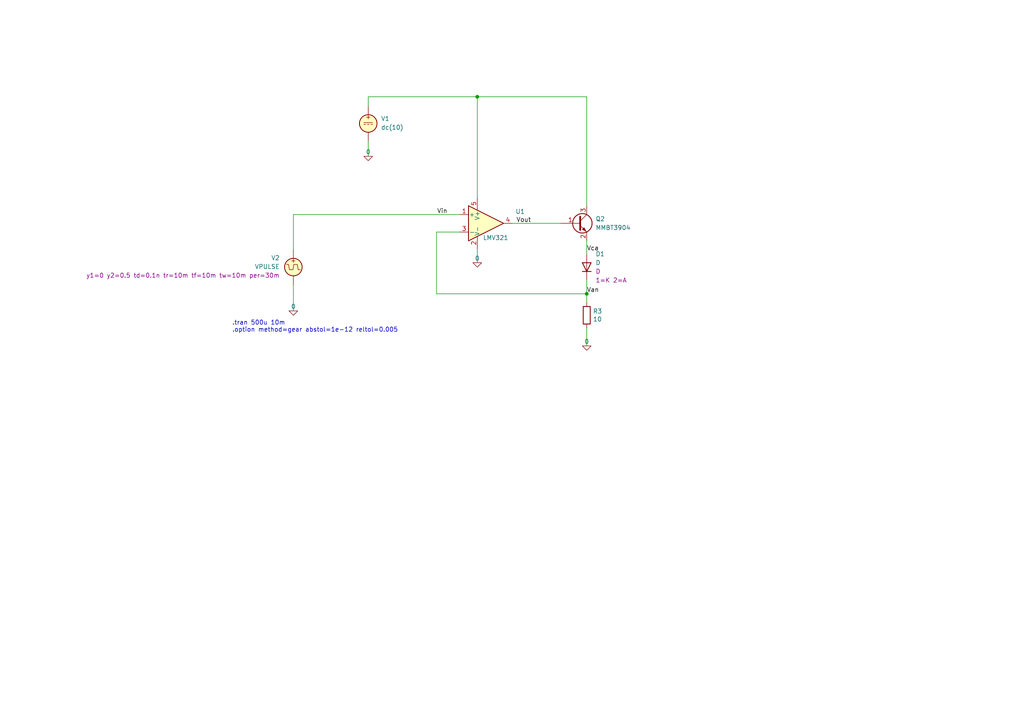
<source format=kicad_sch>
(kicad_sch (version 20230121) (generator eeschema)
  (paper "A4")
  (lib_symbols
    (symbol "Amplifier_Operational:LMV321" (pin_names (offset 0.127))
      (property "Reference" "U" (at 0 5.08 0))
      (property "Value" "LMV321" (at 0 -5.08 0))
      (symbol "LMV321_0_1"
        (polyline (pts (xy -5.08 5.08) (xy 5.08 0) (xy -5.08 -5.08) (xy -5.08 5.08)) (stroke (width 0.254)) (fill (type background)))
        (pin power_in line (at -2.54 -7.62 90) (length 3.81) (name "V-") (number "2"))
        (pin power_in line (at -2.54 7.62 270) (length 3.81) (name "V+") (number "5"))
      )
      (symbol "LMV321_1_1"
        (pin input line (at -7.62 2.54 0) (length 2.54) (name "+") (number "1"))
        (pin input line (at -7.62 -2.54 0) (length 2.54) (name "-") (number "3"))
        (pin output line (at 7.62 0 180) (length 2.54) (name "~") (number "4"))
      )
    )
    (symbol "Device:R" (pin_numbers hide) (pin_names (offset 0))
      (property "Reference" "R" (at 2.032 0 90))
      (property "Value" "R" (at 0 0 90))
      (symbol "R_0_1"
        (rectangle (start -1.016 -2.54) (end 1.016 2.54) (stroke (width 0.254)))
      )
      (symbol "R_1_1"
        (pin passive line (at 0 3.81 270) (length 1.27) (name "~") (number "1"))
        (pin passive line (at 0 -3.81 90) (length 1.27) (name "~") (number "2"))
      )
    )
    (symbol "Simulation_SPICE:0" (power) (pin_names (offset 0))
      (property "Value" "0" (at 0 -1.778 0))
      (symbol "0_0_1"
        (polyline (pts (xy -1.27 0) (xy 0 -1.27) (xy 1.27 0) (xy -1.27 0)))
      )
      (symbol "0_1_1"
        (pin power_in line (at 0 0 0) (length 0) hide (name "0") (number "1"))
      )
    )
    (symbol "Simulation_SPICE:D" (pin_numbers hide) (pin_names (offset 1.016) hide)
      (property "Reference" "D" (at 0 2.54 0))
      (property "Value" "D" (at 0 -2.54 0))
      (property "Sim.Device" "D" (at 0 0 0))
      (property "Sim.Pins" "1=K 2=A" (at 0 0 0))
      (symbol "D_0_1"
        (polyline (pts (xy -1.27 1.27) (xy -1.27 -1.27)) (stroke (width 0.254)))
        (polyline (pts (xy 1.27 0) (xy -1.27 0)))
        (polyline (pts (xy 1.27 1.27) (xy 1.27 -1.27) (xy -1.27 0) (xy 1.27 1.27)) (stroke (width 0.254)))
      )
      (symbol "D_1_1"
        (pin passive line (at -3.81 0 0) (length 2.54) (name "K") (number "1"))
        (pin passive line (at 3.81 0 180) (length 2.54) (name "A") (number "2"))
      )
    )
    (symbol "Simulation_SPICE:VDC" (pin_numbers hide) (pin_names (offset 0.0254))
      (property "Reference" "V" (at 2.54 2.54 0))
      (property "Value" "1" (at 2.54 0 0))
      (symbol "VDC_0_0"
        (polyline (pts (xy -1.27 0.254) (xy 1.27 0.254)))
        (polyline (pts (xy -0.762 -0.254) (xy -1.27 -0.254)))
        (polyline (pts (xy 0.254 -0.254) (xy -0.254 -0.254)))
        (polyline (pts (xy 1.27 -0.254) (xy 0.762 -0.254)))
        (text "+" (at 0 1.905 0) (effects (font (size 1.27 1.27))))
      )
      (symbol "VDC_0_1"
        (circle (center 0 0) (radius 2.54) (stroke (width 0.254)) (fill (type background)))
      )
      (symbol "VDC_1_1"
        (pin passive line (at 0 5.08 270) (length 2.54) (name "~") (number "1"))
        (pin passive line (at 0 -5.08 90) (length 2.54) (name "~") (number "2"))
      )
    )
    (symbol "Simulation_SPICE:VPULSE" (pin_numbers hide) (pin_names (offset 0.0254))
      (property "Reference" "V" (at 2.54 2.54 0))
      (property "Value" "VPULSE" (at 2.54 0 0))
      (property "Sim.Params" "y1=0 y2=1 td=2n tr=2n tf=2n tw=50n per=100n" (at 2.54 -2.54 0))
      (symbol "VPULSE_0_0"
        (polyline (pts (xy -2.032 -0.762) (xy -1.397 -0.762) (xy -1.143 0.762) (xy -0.127 0.762) (xy 0.127 -0.762) (xy 1.143 -0.762) (xy 1.397 0.762) (xy 2.032 0.762)))
        (text "+" (at 0 1.905 0) (effects (font (size 1.27 1.27))))
      )
      (symbol "VPULSE_0_1"
        (circle (center 0 0) (radius 2.54) (stroke (width 0.254)) (fill (type background)))
      )
      (symbol "VPULSE_1_1"
        (pin passive line (at 0 5.08 270) (length 2.54) (name "~") (number "1"))
        (pin passive line (at 0 -5.08 90) (length 2.54) (name "~") (number "2"))
      )
    )
    (symbol "Transistor_BJT:MMBT3904" (pin_names (offset 0) hide)
      (property "Reference" "Q" (at 5.08 1.905 0))
      (property "Value" "MMBT3904" (at 5.08 0 0))
      (symbol "MMBT3904_0_1"
        (polyline (pts (xy 0.635 0.635) (xy 2.54 2.54)))
        (polyline (pts (xy 0.635 -0.635) (xy 2.54 -2.54) (xy 2.54 -2.54)))
        (polyline (pts (xy 0.635 1.905) (xy 0.635 -1.905) (xy 0.635 -1.905)) (stroke (width 0.508)))
        (polyline (pts (xy 1.27 -1.778) (xy 1.778 -1.27) (xy 2.286 -2.286) (xy 1.27 -1.778) (xy 1.27 -1.778)) (fill (type outline)))
        (circle (center 1.27 0) (radius 2.8194) (stroke (width 0.254)))
      )
      (symbol "MMBT3904_1_1"
        (pin input line (at -5.08 0 0) (length 5.715) (name "B") (number "1"))
        (pin passive line (at 2.54 -5.08 90) (length 2.54) (name "E") (number "2"))
        (pin passive line (at 2.54 5.08 270) (length 2.54) (name "C") (number "3"))
      )
    )
  )
  (junction (at 138.43 28.067))
  (junction (at 170.18 85.217))
  (wire (pts (xy 138.43 28.067) (xy 138.43 57.15)))
  (wire (pts (xy 148.59 64.77) (xy 162.56 64.77)))
  (wire (pts (xy 170.18 69.85) (xy 170.18 73.66)))
  (wire (pts (xy 106.807 30.734) (xy 106.807 28.067)))
  (wire (pts (xy 170.18 95.25) (xy 170.18 100.33)))
  (wire (pts (xy 85.09 62.23) (xy 133.35 62.23)))
  (wire (pts (xy 85.09 62.23) (xy 85.09 72.39)))
  (wire (pts (xy 138.43 28.067) (xy 170.18 28.067)))
  (wire (pts (xy 106.807 40.894) (xy 106.807 45.339)))
  (wire (pts (xy 85.09 82.55) (xy 85.09 90.17)))
  (wire (pts (xy 106.807 28.067) (xy 138.43 28.067)))
  (wire (pts (xy 170.18 59.69) (xy 170.18 28.067)))
  (wire (pts (xy 170.18 85.217) (xy 170.18 87.63)))
  (wire (pts (xy 138.43 72.39) (xy 138.43 76.2)))
  (wire (pts (xy 126.619 85.217) (xy 170.18 85.217)))
  (wire (pts (xy 170.18 81.28) (xy 170.18 85.217)))
  (wire (pts (xy 126.619 67.31) (xy 133.35 67.31)))
  (wire (pts (xy 126.619 85.217) (xy 126.619 67.31)))
  (text ".tran 500u 10m \n.option method=gear abstol=1e-12 reltol=0.005" (at 67.31 96.52 0) (effects (font (size 1.27 1.27)) (justify left bottom)))
  (label "Vin" (at 126.746 62.23 0))
  (label "Vout" (at 149.733 64.77 0))
  (label "Vca" (at 170.18 73.025 0))
  (label "Van" (at 170.18 85.09 0))
  (symbol (lib_id "Simulation_SPICE:0") (at 106.807 45.339 0) (unit 1)
    (property "Reference" "#GND01" (effects hide))
    (property "Value" "0" (at 106.807 44.069 0))
  )
  (symbol (lib_id "Amplifier_Operational:LMV321") (at 140.97 64.77 0) (unit 1)
    (property "Reference" "U1" (at 150.876 61.3411 0))
    (property "Value" "LMV321" (at 143.764 68.961 0))
    (property "Datasheet" "http://www.ti.com/lit/ds/symlink/lmv324.pdf" (effects hide))
    (property "Sim.Library" "spice_libs/LMV321.MOD" (effects hide))
    (property "Sim.Name" "lMV321" (effects hide))
    (property "Sim.Device" "SUBCKT" (effects hide))
    (property "Sim.Pins" "1=3 2=5 3=2 4=6 5=4" (effects hide))
  )
  (symbol (lib_id "Device:R") (at 170.18 91.44 0) (unit 1)
    (property "Reference" "R3" (at 171.958 90.2716 0) (effects (justify left)))
    (property "Value" "10" (at 171.958 92.583 0) (effects (justify left)))
    (property "Footprint" "Resistor_SMD:R_0402_1005Metric" (effects hide))
  )
  (symbol (lib_id "Simulation_SPICE:D") (at 170.18 77.47 90) (unit 1)
    (property "Reference" "D1" (at 172.72 73.66 90) (effects (justify right)))
    (property "Value" "D" (at 172.72 76.2 90) (effects (justify right)))
    (property "Sim.Device" "D" (at 172.72 78.74 90) (effects (justify right)))
    (property "Sim.Pins" "1=K 2=A" (at 172.72 81.28 90) (effects (justify right)))
    (property "Sim.Params" "is=0.85n rs=3.3 n=8.6" (effects hide))
  )
  (symbol (lib_id "Simulation_SPICE:VPULSE") (at 85.09 77.47 0) (mirror y) (unit 1)
    (property "Reference" "V2" (at 81.153 74.8002 0) (effects (justify left)))
    (property "Value" "VPULSE" (at 81.153 77.3402 0) (effects (justify left)))
    (property "Sim.Pins" "1=+ 2=-" (effects hide))
    (property "Sim.Type" "PULSE" (effects hide))
    (property "Sim.Device" "V" (effects hide))
    (property "Sim.Params" "y1=0 y2=0.5 td=0.1n tr=10m tf=10m tw=10m per=30m" (at 81.153 79.8802 0) (effects (justify left)))
  )
  (symbol (lib_id "Simulation_SPICE:0") (at 170.18 100.33 0) (unit 1)
    (property "Reference" "#GND04" (effects hide))
    (property "Value" "0" (at 170.18 99.06 0))
  )
  (symbol (lib_id "Simulation_SPICE:0") (at 85.09 90.17 0) (unit 1)
    (property "Reference" "#GND02" (effects hide))
    (property "Value" "0" (at 85.09 88.9 0))
  )
  (symbol (lib_id "Transistor_BJT:MMBT3904") (at 167.64 64.77 0) (unit 1)
    (property "Reference" "Q2" (at 172.72 63.5 0) (effects (justify left)))
    (property "Value" "MMBT3904" (at 172.72 66.04 0) (effects (justify left)))
    (property "Footprint" "Package_TO_SOT_SMD:SOT-23" (effects hide))
    (property "Datasheet" "https://www.onsemi.com/pdf/datasheet/pzt3904-d.pdf" (effects hide))
    (property "Sim.Library" "spice_libs/MMBT3904.spice.txt" (effects hide))
    (property "Sim.Name" "DI_MMBT3904" (effects hide))
    (property "Sim.Device" "NPN" (effects hide))
    (property "Sim.Type" "GUMMELPOON" (effects hide))
    (property "Sim.Pins" "1=B 2=E 3=C" (effects hide))
  )
  (symbol (lib_id "Simulation_SPICE:0") (at 138.43 76.2 0) (unit 1)
    (property "Reference" "#GND03" (effects hide))
    (property "Value" "0" (at 138.43 74.93 0))
  )
  (symbol (lib_id "Simulation_SPICE:VDC") (at 106.807 35.814 0) (unit 1)
    (property "Reference" "V1" (at 110.49 34.4142 0) (effects (justify left)))
    (property "Value" "dc(10)" (at 110.49 36.9542 0) (effects (justify left)))
    (property "Sim.Pins" "1=+ 2=-" (effects hide))
    (property "Sim.Type" "DC" (effects hide))
    (property "Sim.Device" "V" (effects hide))
  )
)
</source>
